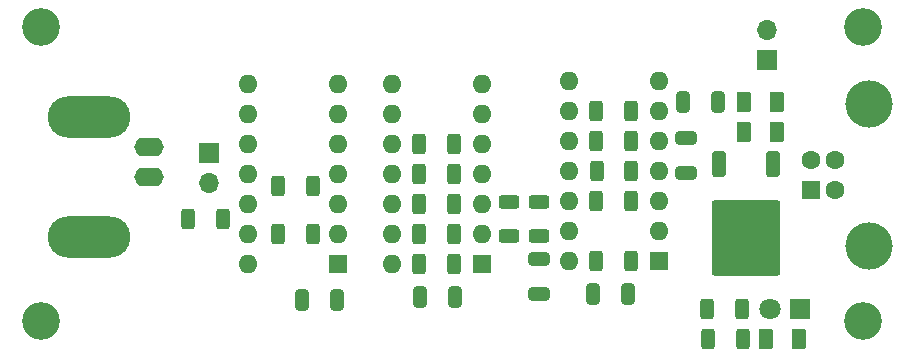
<source format=gts>
G04 #@! TF.GenerationSoftware,KiCad,Pcbnew,7.0.8*
G04 #@! TF.CreationDate,2024-05-20T17:56:06+02:00*
G04 #@! TF.ProjectId,Generator_Cyfrowka,47656e65-7261-4746-9f72-5f437966726f,rev?*
G04 #@! TF.SameCoordinates,Original*
G04 #@! TF.FileFunction,Soldermask,Top*
G04 #@! TF.FilePolarity,Negative*
%FSLAX46Y46*%
G04 Gerber Fmt 4.6, Leading zero omitted, Abs format (unit mm)*
G04 Created by KiCad (PCBNEW 7.0.8) date 2024-05-20 17:56:06*
%MOMM*%
%LPD*%
G01*
G04 APERTURE LIST*
G04 Aperture macros list*
%AMRoundRect*
0 Rectangle with rounded corners*
0 $1 Rounding radius*
0 $2 $3 $4 $5 $6 $7 $8 $9 X,Y pos of 4 corners*
0 Add a 4 corners polygon primitive as box body*
4,1,4,$2,$3,$4,$5,$6,$7,$8,$9,$2,$3,0*
0 Add four circle primitives for the rounded corners*
1,1,$1+$1,$2,$3*
1,1,$1+$1,$4,$5*
1,1,$1+$1,$6,$7*
1,1,$1+$1,$8,$9*
0 Add four rect primitives between the rounded corners*
20,1,$1+$1,$2,$3,$4,$5,0*
20,1,$1+$1,$4,$5,$6,$7,0*
20,1,$1+$1,$6,$7,$8,$9,0*
20,1,$1+$1,$8,$9,$2,$3,0*%
G04 Aperture macros list end*
%ADD10RoundRect,0.250000X0.325000X0.650000X-0.325000X0.650000X-0.325000X-0.650000X0.325000X-0.650000X0*%
%ADD11RoundRect,0.250000X-0.325000X-0.650000X0.325000X-0.650000X0.325000X0.650000X-0.325000X0.650000X0*%
%ADD12RoundRect,0.250000X0.625000X-0.312500X0.625000X0.312500X-0.625000X0.312500X-0.625000X-0.312500X0*%
%ADD13R,1.600000X1.600000*%
%ADD14O,1.600000X1.600000*%
%ADD15RoundRect,0.250000X-0.312500X-0.625000X0.312500X-0.625000X0.312500X0.625000X-0.312500X0.625000X0*%
%ADD16RoundRect,0.250000X0.312500X0.625000X-0.312500X0.625000X-0.312500X-0.625000X0.312500X-0.625000X0*%
%ADD17C,3.200000*%
%ADD18RoundRect,0.250000X0.375000X0.625000X-0.375000X0.625000X-0.375000X-0.625000X0.375000X-0.625000X0*%
%ADD19R,1.700000X1.700000*%
%ADD20O,1.700000X1.700000*%
%ADD21RoundRect,0.250000X0.650000X-0.325000X0.650000X0.325000X-0.650000X0.325000X-0.650000X-0.325000X0*%
%ADD22RoundRect,0.250000X-0.375000X-0.625000X0.375000X-0.625000X0.375000X0.625000X-0.375000X0.625000X0*%
%ADD23RoundRect,0.250000X-0.650000X0.325000X-0.650000X-0.325000X0.650000X-0.325000X0.650000X0.325000X0*%
%ADD24RoundRect,0.250000X-0.350000X0.850000X-0.350000X-0.850000X0.350000X-0.850000X0.350000X0.850000X0*%
%ADD25RoundRect,0.249997X-2.650003X2.950003X-2.650003X-2.950003X2.650003X-2.950003X2.650003X2.950003X0*%
%ADD26C,1.600000*%
%ADD27C,4.000000*%
%ADD28R,1.800000X1.800000*%
%ADD29C,1.800000*%
%ADD30O,2.500000X1.600000*%
%ADD31O,7.000000X3.500000*%
G04 APERTURE END LIST*
D10*
X107139000Y-76454000D03*
X104189000Y-76454000D03*
D11*
X96569000Y-92710000D03*
X99519000Y-92710000D03*
D12*
X89408000Y-87822500D03*
X89408000Y-84897500D03*
D13*
X74920000Y-90170000D03*
D14*
X74920000Y-87630000D03*
X74920000Y-85090000D03*
X74920000Y-82550000D03*
X74920000Y-80010000D03*
X74920000Y-77470000D03*
X74920000Y-74930000D03*
X67300000Y-74930000D03*
X67300000Y-77470000D03*
X67300000Y-80010000D03*
X67300000Y-82550000D03*
X67300000Y-85090000D03*
X67300000Y-87630000D03*
X67300000Y-90170000D03*
D15*
X96835500Y-77216000D03*
X99760500Y-77216000D03*
D16*
X99760500Y-84836000D03*
X96835500Y-84836000D03*
X72836500Y-83566000D03*
X69911500Y-83566000D03*
D17*
X119380000Y-70104000D03*
D18*
X112144000Y-78994000D03*
X109344000Y-78994000D03*
D15*
X96845500Y-82291000D03*
X99770500Y-82291000D03*
X81849500Y-87630000D03*
X84774500Y-87630000D03*
D12*
X91948000Y-87822500D03*
X91948000Y-84897500D03*
D18*
X113983500Y-96520000D03*
X111183500Y-96520000D03*
D16*
X99760500Y-79756000D03*
X96835500Y-79756000D03*
D13*
X102108000Y-89916000D03*
D14*
X102108000Y-87376000D03*
X102108000Y-84836000D03*
X102108000Y-82296000D03*
X102108000Y-79756000D03*
X102108000Y-77216000D03*
X102108000Y-74676000D03*
X94488000Y-74676000D03*
X94488000Y-77216000D03*
X94488000Y-79756000D03*
X94488000Y-82296000D03*
X94488000Y-84836000D03*
X94488000Y-87376000D03*
X94488000Y-89916000D03*
D13*
X87112000Y-90180000D03*
D14*
X87112000Y-87640000D03*
X87112000Y-85100000D03*
X87112000Y-82560000D03*
X87112000Y-80020000D03*
X87112000Y-77480000D03*
X87112000Y-74940000D03*
X79492000Y-74940000D03*
X79492000Y-77480000D03*
X79492000Y-80020000D03*
X79492000Y-82560000D03*
X79492000Y-85100000D03*
X79492000Y-87640000D03*
X79492000Y-90180000D03*
D11*
X81886000Y-92964000D03*
X84836000Y-92964000D03*
D15*
X106233500Y-93980000D03*
X109158500Y-93980000D03*
D19*
X111252000Y-72898000D03*
D20*
X111252000Y-70358000D03*
D16*
X84774500Y-90170000D03*
X81849500Y-90170000D03*
D17*
X119380000Y-94996000D03*
D19*
X64008000Y-80767000D03*
D20*
X64008000Y-83307000D03*
D15*
X81849500Y-85090000D03*
X84774500Y-85090000D03*
D21*
X104394000Y-82452000D03*
X104394000Y-79502000D03*
D16*
X65216500Y-86360000D03*
X62291500Y-86360000D03*
D15*
X106295000Y-96520000D03*
X109220000Y-96520000D03*
D16*
X72836500Y-87630000D03*
X69911500Y-87630000D03*
X84774500Y-80010000D03*
X81849500Y-80010000D03*
D17*
X49784000Y-70104000D03*
D16*
X84774500Y-82555000D03*
X81849500Y-82555000D03*
D22*
X109344000Y-76454000D03*
X112144000Y-76454000D03*
D17*
X49784000Y-94996000D03*
D16*
X99760500Y-89916000D03*
X96835500Y-89916000D03*
D23*
X91948000Y-89711000D03*
X91948000Y-92661000D03*
D11*
X71931000Y-93218000D03*
X74881000Y-93218000D03*
D24*
X111755000Y-81687000D03*
D25*
X109475000Y-87987000D03*
D24*
X107195000Y-81687000D03*
D13*
X115028000Y-83896000D03*
D26*
X115028000Y-81396000D03*
X117028000Y-81396000D03*
X117028000Y-83896000D03*
D27*
X119888000Y-76646000D03*
X119888000Y-88646000D03*
D28*
X114046000Y-93980000D03*
D29*
X111506000Y-93980000D03*
D30*
X58928000Y-82804000D03*
D31*
X53848000Y-77724000D03*
D30*
X58928000Y-80264000D03*
D31*
X53848000Y-87884000D03*
M02*

</source>
